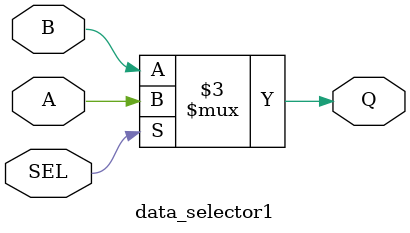
<source format=v>
`timescale 1ns / 1ps


module data_selector1(
    input A,
    input B,
    input SEL,
    output reg Q
    );
    
    always @(A or B or SEL)
    begin
    if (SEL)
        Q = A;
    else
        Q = B;
     end
     
endmodule

</source>
